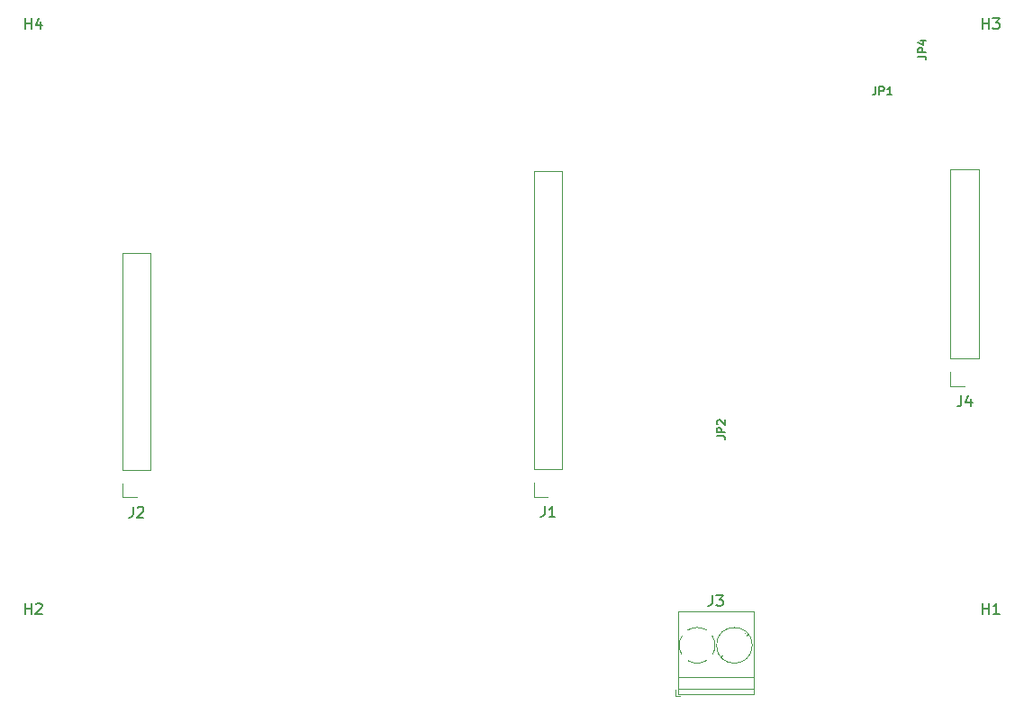
<source format=gbr>
G04 #@! TF.GenerationSoftware,KiCad,Pcbnew,5.1.4-e60b266~84~ubuntu18.04.1*
G04 #@! TF.CreationDate,2019-09-29T16:38:53-04:00*
G04 #@! TF.ProjectId,ib4,6962342e-6b69-4636-9164-5f7063625858,rev?*
G04 #@! TF.SameCoordinates,Original*
G04 #@! TF.FileFunction,Legend,Top*
G04 #@! TF.FilePolarity,Positive*
%FSLAX46Y46*%
G04 Gerber Fmt 4.6, Leading zero omitted, Abs format (unit mm)*
G04 Created by KiCad (PCBNEW 5.1.4-e60b266~84~ubuntu18.04.1) date 2019-09-29 16:38:53*
%MOMM*%
%LPD*%
G04 APERTURE LIST*
%ADD10C,0.120000*%
%ADD11C,0.138988*%
%ADD12C,0.150000*%
G04 APERTURE END LIST*
D10*
X88807600Y-70561200D02*
X86147600Y-70561200D01*
X88807600Y-70561200D02*
X88807600Y-42561200D01*
X88807600Y-42561200D02*
X86147600Y-42561200D01*
X86147600Y-70561200D02*
X86147600Y-42561200D01*
X86147600Y-73161200D02*
X86147600Y-71831200D01*
X87477600Y-73161200D02*
X86147600Y-73161200D01*
X50123400Y-70612000D02*
X47463400Y-70612000D01*
X50123400Y-70612000D02*
X50123400Y-50232000D01*
X50123400Y-50232000D02*
X47463400Y-50232000D01*
X47463400Y-70612000D02*
X47463400Y-50232000D01*
X47463400Y-73212000D02*
X47463400Y-71882000D01*
X48793400Y-73212000D02*
X47463400Y-73212000D01*
X102388664Y-88559421D02*
G75*
G02X101498400Y-88814700I-890264J1424721D01*
G01*
X102923905Y-86244507D02*
G75*
G02X102923400Y-88025700I-1425505J-890193D01*
G01*
X100608506Y-85709342D02*
G75*
G02X102364400Y-85694700I889894J-1425358D01*
G01*
X100073042Y-88024594D02*
G75*
G02X100058400Y-86268700I1425358J889894D01*
G01*
X101527074Y-88814799D02*
G75*
G02X100632400Y-88574700I-28674J1680099D01*
G01*
X106678400Y-87134700D02*
G75*
G03X106678400Y-87134700I-1680000J0D01*
G01*
X99688400Y-91234700D02*
X106808400Y-91234700D01*
X99688400Y-90134700D02*
X106808400Y-90134700D01*
X99688400Y-83974700D02*
X106808400Y-83974700D01*
X99688400Y-91694700D02*
X106808400Y-91694700D01*
X99688400Y-83974700D02*
X99688400Y-91694700D01*
X106808400Y-83974700D02*
X106808400Y-91694700D01*
X106273400Y-86065700D02*
X106144400Y-86193700D01*
X104023400Y-88315700D02*
X103929400Y-88408700D01*
X106068400Y-85859700D02*
X105974400Y-85953700D01*
X103853400Y-88075700D02*
X103724400Y-88203700D01*
X99448400Y-91294700D02*
X99448400Y-91934700D01*
X99448400Y-91934700D02*
X99848400Y-91934700D01*
X127980000Y-60170000D02*
X125320000Y-60170000D01*
X127980000Y-60170000D02*
X127980000Y-42330000D01*
X127980000Y-42330000D02*
X125320000Y-42330000D01*
X125320000Y-60170000D02*
X125320000Y-42330000D01*
X125320000Y-62770000D02*
X125320000Y-61440000D01*
X126650000Y-62770000D02*
X125320000Y-62770000D01*
D11*
X103356470Y-67462893D02*
X103908013Y-67462893D01*
X104018321Y-67499662D01*
X104091860Y-67573201D01*
X104128630Y-67683510D01*
X104128630Y-67757049D01*
X104128630Y-67095197D02*
X103356470Y-67095197D01*
X103356470Y-66801041D01*
X103393240Y-66727502D01*
X103430009Y-66690733D01*
X103503548Y-66653963D01*
X103613857Y-66653963D01*
X103687396Y-66690733D01*
X103724165Y-66727502D01*
X103760935Y-66801041D01*
X103760935Y-67095197D01*
X103430009Y-66359807D02*
X103393240Y-66323037D01*
X103356470Y-66249498D01*
X103356470Y-66065651D01*
X103393240Y-65992112D01*
X103430009Y-65955342D01*
X103503548Y-65918573D01*
X103577087Y-65918573D01*
X103687396Y-65955342D01*
X104128630Y-66396576D01*
X104128630Y-65918573D01*
X122254070Y-31750493D02*
X122805613Y-31750493D01*
X122915921Y-31787262D01*
X122989460Y-31860801D01*
X123026230Y-31971110D01*
X123026230Y-32044649D01*
X123026230Y-31382797D02*
X122254070Y-31382797D01*
X122254070Y-31088641D01*
X122290840Y-31015102D01*
X122327609Y-30978333D01*
X122401148Y-30941563D01*
X122511457Y-30941563D01*
X122584996Y-30978333D01*
X122621765Y-31015102D01*
X122658535Y-31088641D01*
X122658535Y-31382797D01*
X122511457Y-30279712D02*
X123026230Y-30279712D01*
X122217300Y-30463559D02*
X122768843Y-30647407D01*
X122768843Y-30169403D01*
X118258659Y-34611370D02*
X118258659Y-35162913D01*
X118221890Y-35273221D01*
X118148351Y-35346760D01*
X118038042Y-35383530D01*
X117964503Y-35383530D01*
X118626354Y-35383530D02*
X118626354Y-34611370D01*
X118920511Y-34611370D01*
X118994050Y-34648140D01*
X119030819Y-34684909D01*
X119067589Y-34758448D01*
X119067589Y-34868757D01*
X119030819Y-34942296D01*
X118994050Y-34979065D01*
X118920511Y-35015835D01*
X118626354Y-35015835D01*
X119802979Y-35383530D02*
X119361745Y-35383530D01*
X119582362Y-35383530D02*
X119582362Y-34611370D01*
X119508823Y-34721679D01*
X119435284Y-34795218D01*
X119361745Y-34831987D01*
D12*
X87144266Y-74053580D02*
X87144266Y-74767866D01*
X87096647Y-74910723D01*
X87001409Y-75005961D01*
X86858552Y-75053580D01*
X86763314Y-75053580D01*
X88144266Y-75053580D02*
X87572838Y-75053580D01*
X87858552Y-75053580D02*
X87858552Y-74053580D01*
X87763314Y-74196438D01*
X87668076Y-74291676D01*
X87572838Y-74339295D01*
X48460066Y-74104380D02*
X48460066Y-74818666D01*
X48412447Y-74961523D01*
X48317209Y-75056761D01*
X48174352Y-75104380D01*
X48079114Y-75104380D01*
X48888638Y-74199619D02*
X48936257Y-74152000D01*
X49031495Y-74104380D01*
X49269590Y-74104380D01*
X49364828Y-74152000D01*
X49412447Y-74199619D01*
X49460066Y-74294857D01*
X49460066Y-74390095D01*
X49412447Y-74532952D01*
X48841019Y-75104380D01*
X49460066Y-75104380D01*
X102915066Y-82427080D02*
X102915066Y-83141366D01*
X102867447Y-83284223D01*
X102772209Y-83379461D01*
X102629352Y-83427080D01*
X102534114Y-83427080D01*
X103296019Y-82427080D02*
X103915066Y-82427080D01*
X103581733Y-82808033D01*
X103724590Y-82808033D01*
X103819828Y-82855652D01*
X103867447Y-82903271D01*
X103915066Y-82998509D01*
X103915066Y-83236604D01*
X103867447Y-83331842D01*
X103819828Y-83379461D01*
X103724590Y-83427080D01*
X103438876Y-83427080D01*
X103343638Y-83379461D01*
X103296019Y-83331842D01*
X128328695Y-84175480D02*
X128328695Y-83175480D01*
X128328695Y-83651671D02*
X128900123Y-83651671D01*
X128900123Y-84175480D02*
X128900123Y-83175480D01*
X129900123Y-84175480D02*
X129328695Y-84175480D01*
X129614409Y-84175480D02*
X129614409Y-83175480D01*
X129519171Y-83318338D01*
X129423933Y-83413576D01*
X129328695Y-83461195D01*
X38328695Y-84175480D02*
X38328695Y-83175480D01*
X38328695Y-83651671D02*
X38900123Y-83651671D01*
X38900123Y-84175480D02*
X38900123Y-83175480D01*
X39328695Y-83270719D02*
X39376314Y-83223100D01*
X39471552Y-83175480D01*
X39709647Y-83175480D01*
X39804885Y-83223100D01*
X39852504Y-83270719D01*
X39900123Y-83365957D01*
X39900123Y-83461195D01*
X39852504Y-83604052D01*
X39281076Y-84175480D01*
X39900123Y-84175480D01*
X128328695Y-29175480D02*
X128328695Y-28175480D01*
X128328695Y-28651671D02*
X128900123Y-28651671D01*
X128900123Y-29175480D02*
X128900123Y-28175480D01*
X129281076Y-28175480D02*
X129900123Y-28175480D01*
X129566790Y-28556433D01*
X129709647Y-28556433D01*
X129804885Y-28604052D01*
X129852504Y-28651671D01*
X129900123Y-28746909D01*
X129900123Y-28985004D01*
X129852504Y-29080242D01*
X129804885Y-29127861D01*
X129709647Y-29175480D01*
X129423933Y-29175480D01*
X129328695Y-29127861D01*
X129281076Y-29080242D01*
X38328695Y-29175480D02*
X38328695Y-28175480D01*
X38328695Y-28651671D02*
X38900123Y-28651671D01*
X38900123Y-29175480D02*
X38900123Y-28175480D01*
X39804885Y-28508814D02*
X39804885Y-29175480D01*
X39566790Y-28127861D02*
X39328695Y-28842147D01*
X39947742Y-28842147D01*
X126316666Y-63662380D02*
X126316666Y-64376666D01*
X126269047Y-64519523D01*
X126173809Y-64614761D01*
X126030952Y-64662380D01*
X125935714Y-64662380D01*
X127221428Y-63995714D02*
X127221428Y-64662380D01*
X126983333Y-63614761D02*
X126745238Y-64329047D01*
X127364285Y-64329047D01*
M02*

</source>
